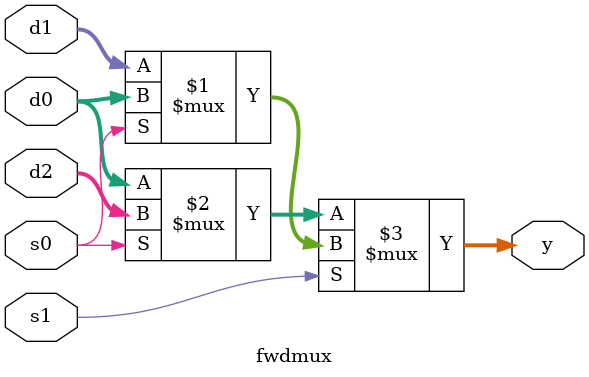
<source format=sv>
`timescale 1ns / 1ps


module fwdmux
    #(parameter DATA_W = 32)
    (input logic [DATA_W-1:0] d0,d1,d2,
     input logic s1,s0,
     output logic [DATA_W-1:0] y);


assign y = s1 ? (s0 ? d0 : d1) :
                (s0 ? d2 : d0) ;

endmodule

</source>
